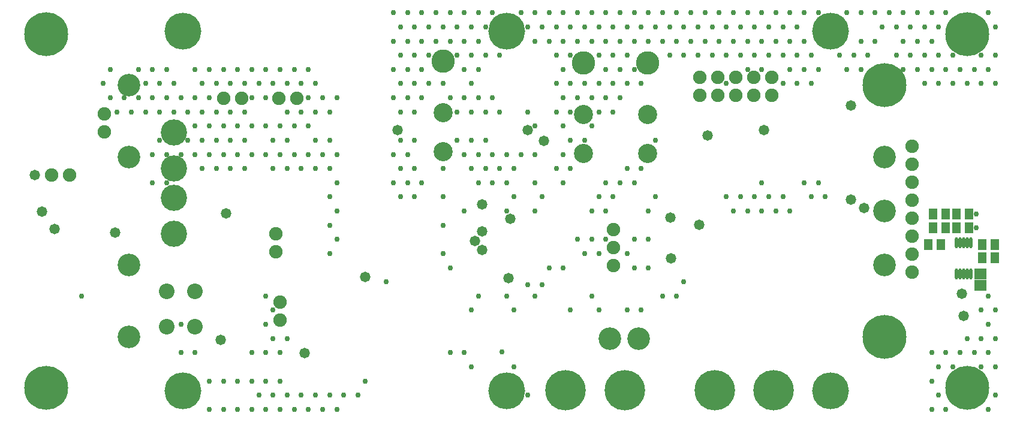
<source format=gbs>
G04*
G04 #@! TF.GenerationSoftware,Altium Limited,Altium Designer,18.1.11 (251)*
G04*
G04 Layer_Color=16711935*
%FSLAX25Y25*%
%MOIN*%
G70*
G01*
G75*
%ADD59R,0.04737X0.06115*%
%ADD71R,0.06509X0.05918*%
%ADD76C,0.24422*%
%ADD77C,0.20485*%
%ADD78C,0.12611*%
%ADD79C,0.08674*%
%ADD80C,0.07493*%
%ADD81C,0.13005*%
%ADD82C,0.10642*%
%ADD83C,0.22453*%
%ADD84C,0.14580*%
%ADD85C,0.02965*%
%ADD86C,0.05800*%
%ADD100O,0.01981X0.06115*%
D59*
X532575Y108839D02*
D03*
X525488D02*
D03*
X532575Y116339D02*
D03*
X525488D02*
D03*
X516929Y99606D02*
D03*
X509842D02*
D03*
X519618Y108839D02*
D03*
X512532D02*
D03*
X519575Y116339D02*
D03*
X512488D02*
D03*
X539764Y99606D02*
D03*
X546850D02*
D03*
X539764Y92126D02*
D03*
X546850D02*
D03*
D71*
X538976Y83071D02*
D03*
Y76772D02*
D03*
D76*
X531496Y216535D02*
D03*
X19685D02*
D03*
Y19685D02*
D03*
X531496D02*
D03*
X485630Y48031D02*
D03*
Y188189D02*
D03*
D77*
X455512Y18110D02*
D03*
X275590D02*
D03*
X95669D02*
D03*
X455512Y218110D02*
D03*
X275590D02*
D03*
X95669D02*
D03*
D78*
X485630Y88189D02*
D03*
Y118110D02*
D03*
Y148031D02*
D03*
X65551Y48031D02*
D03*
Y88189D02*
D03*
Y148031D02*
D03*
Y188189D02*
D03*
X348819Y47244D02*
D03*
X333071D02*
D03*
D79*
X86614Y73622D02*
D03*
Y53937D02*
D03*
X102362Y73622D02*
D03*
Y53937D02*
D03*
D80*
X32677Y138189D02*
D03*
X22677D02*
D03*
X149606Y57323D02*
D03*
Y67323D02*
D03*
X335039Y87638D02*
D03*
Y97638D02*
D03*
Y107638D02*
D03*
X147244Y105512D02*
D03*
Y95512D02*
D03*
X51968Y162047D02*
D03*
Y172047D02*
D03*
X422913Y182520D02*
D03*
X412913D02*
D03*
X402913D02*
D03*
X392913D02*
D03*
X382913D02*
D03*
Y192520D02*
D03*
X392913D02*
D03*
X402913D02*
D03*
X412913D02*
D03*
X422913D02*
D03*
X500787Y154016D02*
D03*
Y144016D02*
D03*
Y134016D02*
D03*
Y124016D02*
D03*
Y114016D02*
D03*
Y104016D02*
D03*
Y94016D02*
D03*
Y84016D02*
D03*
X149055Y180709D02*
D03*
X159055D02*
D03*
X118110D02*
D03*
X128110D02*
D03*
D81*
X353858Y200394D02*
D03*
X240158Y201575D02*
D03*
X318425Y200394D02*
D03*
D82*
X353858Y171653D02*
D03*
Y150000D02*
D03*
X240158Y172835D02*
D03*
Y151181D02*
D03*
X318425Y171653D02*
D03*
Y150000D02*
D03*
D83*
X308268Y18504D02*
D03*
X341142D02*
D03*
X391142D02*
D03*
X424016D02*
D03*
D84*
X90551Y105512D02*
D03*
Y125591D02*
D03*
Y141732D02*
D03*
Y161811D02*
D03*
D85*
X295276Y77014D02*
D03*
X287402D02*
D03*
X346457Y133858D02*
D03*
X444882Y125984D02*
D03*
X440945Y133858D02*
D03*
X536614Y116535D02*
D03*
Y108661D02*
D03*
X272835Y39764D02*
D03*
X543307Y228347D02*
D03*
X547244Y220473D02*
D03*
Y204725D02*
D03*
X543307Y196851D02*
D03*
X547244Y188977D02*
D03*
X543307Y70866D02*
D03*
X547244Y62992D02*
D03*
X543307Y55118D02*
D03*
X547244Y47244D02*
D03*
X543307Y39370D02*
D03*
X547244Y31496D02*
D03*
Y15748D02*
D03*
X543307Y7874D02*
D03*
X539370Y204725D02*
D03*
X535433Y196851D02*
D03*
X539370Y188977D02*
D03*
Y62992D02*
D03*
Y47244D02*
D03*
X535433Y39370D02*
D03*
X539370Y31496D02*
D03*
X527559Y196851D02*
D03*
X531496Y188977D02*
D03*
Y47244D02*
D03*
X527559Y39370D02*
D03*
X519685Y228347D02*
D03*
X523622Y204725D02*
D03*
X519685Y196851D02*
D03*
X523622Y188977D02*
D03*
X519685Y39370D02*
D03*
X523622Y31496D02*
D03*
X519685Y7874D02*
D03*
X511811Y228347D02*
D03*
X515748Y220473D02*
D03*
X511811Y212598D02*
D03*
X515748Y204725D02*
D03*
X511811Y196851D02*
D03*
X515748Y188977D02*
D03*
X511811Y39370D02*
D03*
X515748Y31496D02*
D03*
X511811Y23622D02*
D03*
X515748Y15748D02*
D03*
X511811Y7874D02*
D03*
X503937Y228347D02*
D03*
X507874Y220473D02*
D03*
X503937Y212598D02*
D03*
X507874Y204725D02*
D03*
X503937Y196851D02*
D03*
X507874Y188977D02*
D03*
X496063Y228347D02*
D03*
X500000Y220473D02*
D03*
X496063Y212598D02*
D03*
X500000Y204725D02*
D03*
X496063Y196851D02*
D03*
X488189Y228347D02*
D03*
X492126Y220473D02*
D03*
Y204725D02*
D03*
X480315Y228347D02*
D03*
X484252Y220473D02*
D03*
X480315Y212598D02*
D03*
X472441Y228347D02*
D03*
Y212598D02*
D03*
X476378Y204725D02*
D03*
X472441Y196851D02*
D03*
X464567Y228347D02*
D03*
X468504Y204725D02*
D03*
X464567Y196851D02*
D03*
X460630Y204725D02*
D03*
X448819Y228347D02*
D03*
Y196851D02*
D03*
Y133858D02*
D03*
X452756Y125984D02*
D03*
X440945Y228347D02*
D03*
Y212598D02*
D03*
X444882Y204725D02*
D03*
X440945Y196851D02*
D03*
X444882Y188977D02*
D03*
X433071Y228347D02*
D03*
X437008Y220473D02*
D03*
X433071Y212598D02*
D03*
X437008Y204725D02*
D03*
X433071Y196851D02*
D03*
X437008Y188977D02*
D03*
X433071Y118110D02*
D03*
X425197Y228347D02*
D03*
X429134Y220473D02*
D03*
X425197Y212598D02*
D03*
X429134Y204725D02*
D03*
Y188977D02*
D03*
Y125984D02*
D03*
X425197Y118110D02*
D03*
X417323Y228347D02*
D03*
X421260Y220473D02*
D03*
X417323Y212598D02*
D03*
X421260Y204725D02*
D03*
X417323Y196851D02*
D03*
Y133858D02*
D03*
X421260Y125984D02*
D03*
X417323Y118110D02*
D03*
X409449Y228347D02*
D03*
X413386Y220473D02*
D03*
X409449Y212598D02*
D03*
X413386Y204725D02*
D03*
X409449Y196851D02*
D03*
X413386Y125984D02*
D03*
X409449Y118110D02*
D03*
X401575Y228347D02*
D03*
X405512Y220473D02*
D03*
X401575Y212598D02*
D03*
X405512Y204725D02*
D03*
Y125984D02*
D03*
X401575Y118110D02*
D03*
X393701Y228347D02*
D03*
X397638Y220473D02*
D03*
X393701Y212598D02*
D03*
X397638Y204725D02*
D03*
Y188977D02*
D03*
Y125984D02*
D03*
X385827Y228347D02*
D03*
X389764Y220473D02*
D03*
X385827Y212598D02*
D03*
X389764Y204725D02*
D03*
X377953Y228347D02*
D03*
X381890Y220473D02*
D03*
X377953Y212598D02*
D03*
X381890Y204725D02*
D03*
X370079Y228347D02*
D03*
X374016Y220473D02*
D03*
X370079Y212598D02*
D03*
X374016Y204725D02*
D03*
Y78740D02*
D03*
X370079Y70866D02*
D03*
X362205Y228347D02*
D03*
X366142Y220473D02*
D03*
X362205Y212598D02*
D03*
X366142Y204725D02*
D03*
X362205Y70866D02*
D03*
X354331Y228347D02*
D03*
X358268Y220473D02*
D03*
X354331Y212598D02*
D03*
X358268Y157480D02*
D03*
Y125984D02*
D03*
X354331Y118110D02*
D03*
Y102362D02*
D03*
Y86614D02*
D03*
X346457Y228347D02*
D03*
X350394Y220473D02*
D03*
X346457Y212598D02*
D03*
Y196851D02*
D03*
X350394Y188977D02*
D03*
Y141732D02*
D03*
X346457Y102362D02*
D03*
Y86614D02*
D03*
X350394Y62992D02*
D03*
X338583Y228347D02*
D03*
X342520Y220473D02*
D03*
X338583Y212598D02*
D03*
X342520Y204725D02*
D03*
X338583Y196851D02*
D03*
X342520Y188977D02*
D03*
X338583Y181103D02*
D03*
X342520Y141732D02*
D03*
X338583Y133858D02*
D03*
X342520Y94488D02*
D03*
Y62992D02*
D03*
X330709Y228347D02*
D03*
X334646Y220473D02*
D03*
X330709Y212598D02*
D03*
X334646Y204725D02*
D03*
X330709Y196851D02*
D03*
X334646Y188977D02*
D03*
X330709Y181103D02*
D03*
X334646Y173228D02*
D03*
X330709Y133858D02*
D03*
X334646Y125984D02*
D03*
X330709Y118110D02*
D03*
Y102362D02*
D03*
X322835Y228347D02*
D03*
X326772Y220473D02*
D03*
X322835Y212598D02*
D03*
X326772Y204725D02*
D03*
Y188977D02*
D03*
X322835Y181103D02*
D03*
X326772Y173228D02*
D03*
X322835Y165354D02*
D03*
X326772Y125984D02*
D03*
X322835Y118110D02*
D03*
Y102362D02*
D03*
X326772Y94488D02*
D03*
X322835Y70866D02*
D03*
X326772Y62992D02*
D03*
X314961Y228347D02*
D03*
X318898Y220473D02*
D03*
X314961Y212598D02*
D03*
X318898Y188977D02*
D03*
X314961Y181103D02*
D03*
X318898Y157480D02*
D03*
X314961Y102362D02*
D03*
X318898Y94488D02*
D03*
X307087Y228347D02*
D03*
X311024Y220473D02*
D03*
X307087Y212598D02*
D03*
X311024Y204725D02*
D03*
X307087Y196851D02*
D03*
X311024Y188977D02*
D03*
X307087Y181103D02*
D03*
X311024Y173228D02*
D03*
X307087Y165354D02*
D03*
X311024Y157480D02*
D03*
X307087Y149606D02*
D03*
X311024Y141732D02*
D03*
X307087Y133858D02*
D03*
Y86614D02*
D03*
X311024Y62992D02*
D03*
X299213Y228347D02*
D03*
X303150Y220473D02*
D03*
X299213Y212598D02*
D03*
X303150Y204725D02*
D03*
Y188977D02*
D03*
Y173228D02*
D03*
Y141732D02*
D03*
X299213Y86614D02*
D03*
X291339Y228347D02*
D03*
X295276Y220473D02*
D03*
X291339Y212598D02*
D03*
Y165354D02*
D03*
Y149606D02*
D03*
Y133858D02*
D03*
X295276Y125984D02*
D03*
X291339Y118110D02*
D03*
Y70866D02*
D03*
X283465Y228347D02*
D03*
X287402Y220473D02*
D03*
Y173228D02*
D03*
X283465Y149606D02*
D03*
X287402Y15748D02*
D03*
X275591Y149606D02*
D03*
X279528Y141732D02*
D03*
X275591Y133858D02*
D03*
X279528Y125984D02*
D03*
X275591Y118110D02*
D03*
Y70866D02*
D03*
X279528Y62992D02*
D03*
Y31496D02*
D03*
X267717Y228347D02*
D03*
X271654Y204725D02*
D03*
X267717Y181103D02*
D03*
X271654Y173228D02*
D03*
X267717Y149606D02*
D03*
X271654Y141732D02*
D03*
X267717Y133858D02*
D03*
X259843Y228347D02*
D03*
X263780Y220473D02*
D03*
X259843Y212598D02*
D03*
X263780Y204725D02*
D03*
X259843Y196851D02*
D03*
Y181103D02*
D03*
X263780Y173228D02*
D03*
Y157480D02*
D03*
X259843Y149606D02*
D03*
X263780Y141732D02*
D03*
X259843Y133858D02*
D03*
Y70866D02*
D03*
X251969Y228347D02*
D03*
X255906Y220473D02*
D03*
X251969Y212598D02*
D03*
X255906Y204725D02*
D03*
X251969Y196851D02*
D03*
X255906Y188977D02*
D03*
X251969Y181103D02*
D03*
X255906Y173228D02*
D03*
Y157480D02*
D03*
X251969Y149606D02*
D03*
X255906Y141732D02*
D03*
X251969Y118110D02*
D03*
X255906Y62992D02*
D03*
X251969Y39370D02*
D03*
X255906Y31496D02*
D03*
X244095Y228347D02*
D03*
X248032Y220473D02*
D03*
X244095Y212598D02*
D03*
X248032Y204725D02*
D03*
X244095Y181103D02*
D03*
X248032Y173228D02*
D03*
Y157480D02*
D03*
X244095Y86614D02*
D03*
Y39370D02*
D03*
X236221Y228347D02*
D03*
X240158Y220473D02*
D03*
X236221Y212598D02*
D03*
X240158Y188977D02*
D03*
Y141732D02*
D03*
Y125984D02*
D03*
Y110236D02*
D03*
Y94488D02*
D03*
X228347Y228347D02*
D03*
X232284Y220473D02*
D03*
X228347Y212598D02*
D03*
X232284Y204725D02*
D03*
X228347Y196851D02*
D03*
X232284Y188977D02*
D03*
X228347Y181103D02*
D03*
Y133858D02*
D03*
X220473Y228347D02*
D03*
X224410Y220473D02*
D03*
X220473Y212598D02*
D03*
X224410Y204725D02*
D03*
X220473Y196851D02*
D03*
X224410Y188977D02*
D03*
X220473Y181103D02*
D03*
X224410Y173228D02*
D03*
Y157480D02*
D03*
X220473Y149606D02*
D03*
X224410Y141732D02*
D03*
X220473Y133858D02*
D03*
X224410Y125984D02*
D03*
X212598Y228347D02*
D03*
X216536Y220473D02*
D03*
X212598Y212598D02*
D03*
X216536Y204725D02*
D03*
X212598Y196851D02*
D03*
X216536Y188977D02*
D03*
X212598Y181103D02*
D03*
X216536Y173228D02*
D03*
Y157480D02*
D03*
X212598Y149606D02*
D03*
X216536Y141732D02*
D03*
X212598Y133858D02*
D03*
X216536Y125984D02*
D03*
X208662Y78740D02*
D03*
X196851Y23622D02*
D03*
X192913Y15748D02*
D03*
X181103Y181103D02*
D03*
Y149606D02*
D03*
Y133858D02*
D03*
Y118110D02*
D03*
Y102362D02*
D03*
X185039Y15748D02*
D03*
X181103Y7874D02*
D03*
X173228Y181103D02*
D03*
X177165Y173228D02*
D03*
Y157480D02*
D03*
X173228Y149606D02*
D03*
X177165Y141732D02*
D03*
Y125984D02*
D03*
Y110236D02*
D03*
Y94488D02*
D03*
Y15748D02*
D03*
X173228Y7874D02*
D03*
X165354Y196851D02*
D03*
X169291Y188977D02*
D03*
X165354Y181103D02*
D03*
X169291Y173228D02*
D03*
X165354Y165354D02*
D03*
X169291Y157480D02*
D03*
X165354Y149606D02*
D03*
X169291Y141732D02*
D03*
Y15748D02*
D03*
X165354Y7874D02*
D03*
X157480Y196851D02*
D03*
X161417Y188977D02*
D03*
Y173228D02*
D03*
X157480Y165354D02*
D03*
Y149606D02*
D03*
X161417Y141732D02*
D03*
Y15748D02*
D03*
X157480Y7874D02*
D03*
X149606Y196851D02*
D03*
X153543Y188977D02*
D03*
Y173228D02*
D03*
X149606Y165354D02*
D03*
X153543Y157480D02*
D03*
X149606Y149606D02*
D03*
X153543Y141732D02*
D03*
Y47244D02*
D03*
X149606Y39370D02*
D03*
Y23622D02*
D03*
X153543Y15748D02*
D03*
X149606Y7874D02*
D03*
X141732Y196851D02*
D03*
X145669Y188977D02*
D03*
X141732Y181103D02*
D03*
Y165354D02*
D03*
X145669Y157480D02*
D03*
X141732Y149606D02*
D03*
X145669Y141732D02*
D03*
X141732Y70866D02*
D03*
X145669Y62992D02*
D03*
X141732Y55118D02*
D03*
X145669Y47244D02*
D03*
X141732Y39370D02*
D03*
Y23622D02*
D03*
X145669Y15748D02*
D03*
X141732Y7874D02*
D03*
X133858Y196851D02*
D03*
X137795Y188977D02*
D03*
X133858Y181103D02*
D03*
Y165354D02*
D03*
Y149606D02*
D03*
Y39370D02*
D03*
Y23622D02*
D03*
X137795Y15748D02*
D03*
X133858Y7874D02*
D03*
X125984Y196851D02*
D03*
X129921Y188977D02*
D03*
Y173228D02*
D03*
X125984Y165354D02*
D03*
X129921Y157480D02*
D03*
X125984Y149606D02*
D03*
X129921Y141732D02*
D03*
X125984Y23622D02*
D03*
Y7874D02*
D03*
X118110Y196851D02*
D03*
X122047Y188977D02*
D03*
Y173228D02*
D03*
X118110Y165354D02*
D03*
X122047Y157480D02*
D03*
X118110Y149606D02*
D03*
X122047Y141732D02*
D03*
X118110Y23622D02*
D03*
Y7874D02*
D03*
X110236Y196851D02*
D03*
X114173Y188977D02*
D03*
X110236Y181103D02*
D03*
X114173Y173228D02*
D03*
X110236Y165354D02*
D03*
X114173Y157480D02*
D03*
X110236Y149606D02*
D03*
X114173Y141732D02*
D03*
X110236Y23622D02*
D03*
Y7874D02*
D03*
X102362Y196851D02*
D03*
X106299Y188977D02*
D03*
X102362Y181103D02*
D03*
X106299Y173228D02*
D03*
X102362Y165354D02*
D03*
X106299Y157480D02*
D03*
X102362Y149606D02*
D03*
X106299Y141732D02*
D03*
X102362Y39370D02*
D03*
X94488Y181103D02*
D03*
X98425Y173228D02*
D03*
Y157480D02*
D03*
X94488Y149606D02*
D03*
Y55118D02*
D03*
Y39370D02*
D03*
X86614Y196851D02*
D03*
X90551Y188977D02*
D03*
X86614Y181103D02*
D03*
X90551Y173228D02*
D03*
X86614Y149606D02*
D03*
Y133858D02*
D03*
X78740Y196851D02*
D03*
X82677Y188977D02*
D03*
X78740Y181103D02*
D03*
X82677Y173228D02*
D03*
Y157480D02*
D03*
X78740Y149606D02*
D03*
Y133858D02*
D03*
X70866Y196851D02*
D03*
X74803Y188977D02*
D03*
X70866Y181103D02*
D03*
X74803Y173228D02*
D03*
X62992Y181103D02*
D03*
X66929Y173228D02*
D03*
X55118Y196851D02*
D03*
Y181103D02*
D03*
X59055Y173228D02*
D03*
X51181Y188977D02*
D03*
X39370Y70866D02*
D03*
D86*
X261811Y96457D02*
D03*
X257874Y101575D02*
D03*
X261811Y106693D02*
D03*
X387402Y160236D02*
D03*
X528740Y72047D02*
D03*
X474409Y119685D02*
D03*
X382677Y110630D02*
D03*
X418504Y162992D02*
D03*
X214961D02*
D03*
X366929Y91870D02*
D03*
X529528Y59842D02*
D03*
X196850Y81496D02*
D03*
X119685Y116929D02*
D03*
X277559Y113779D02*
D03*
X261811Y121653D02*
D03*
X287402Y162992D02*
D03*
X366535Y114567D02*
D03*
X276449Y80655D02*
D03*
X116535Y46457D02*
D03*
X13386Y138189D02*
D03*
X24409Y108268D02*
D03*
X466929Y124409D02*
D03*
Y176772D02*
D03*
X163386Y38976D02*
D03*
X57874Y106299D02*
D03*
X17323Y117717D02*
D03*
X296417Y157283D02*
D03*
D100*
X533468Y83079D02*
D03*
X531500D02*
D03*
X529531D02*
D03*
X527563D02*
D03*
X525595D02*
D03*
X533468Y100598D02*
D03*
X531500D02*
D03*
X529531D02*
D03*
X527563D02*
D03*
X525595D02*
D03*
M02*

</source>
